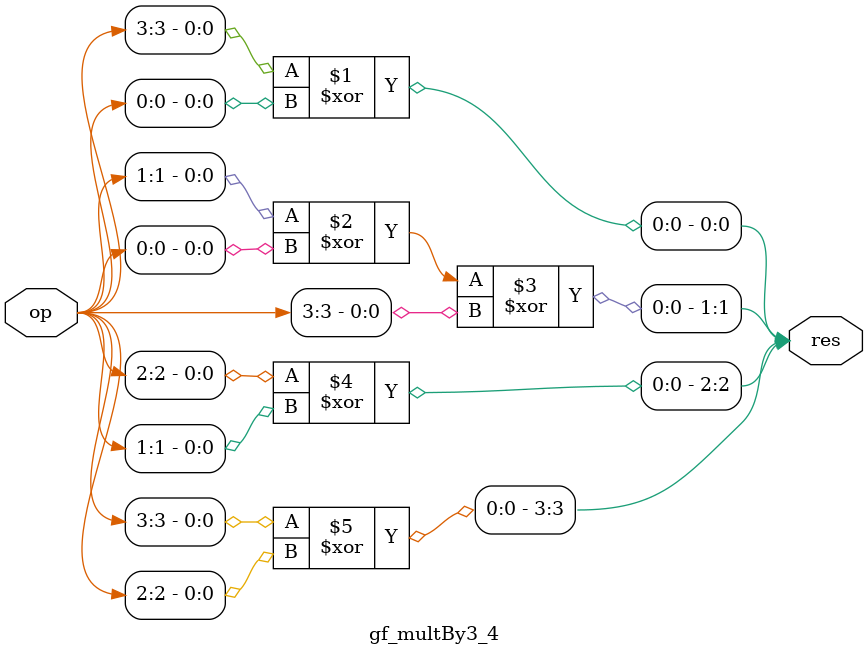
<source format=v>
module gf_multBy3_4(op, res);

// -------------------------------------------------------------------------- //
// ------------- Triple Modular Redundancy Generator Directives ------------- //
// -------------------------------------------------------------------------- //
// tmrg do_not_touch
// -------------------------------------------------------------------------- //

	input      [3:0] op;
	output     [3:0] res;

	assign res[0] = op[3] ^ op[0];
	assign res[1] = op[1] ^ op[0] ^ op[3];
	assign res[2] = op[2] ^ op[1];
	assign res[3] = op[3] ^ op[2];

endmodule

</source>
